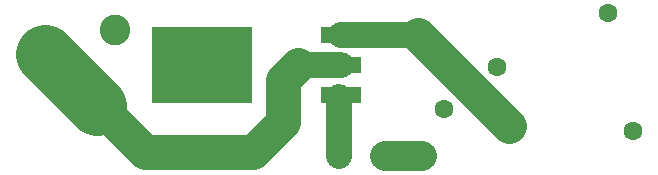
<source format=gtl>
G04*
G04 #@! TF.GenerationSoftware,Altium Limited,Altium Designer,21.9.1 (22)*
G04*
G04 Layer_Physical_Order=1*
G04 Layer_Color=255*
%FSLAX42Y42*%
%MOMM*%
G71*
G04*
G04 #@! TF.SameCoordinates,8665F69C-080D-4A0F-83C7-313B9D7BD581*
G04*
G04*
G04 #@! TF.FilePolarity,Positive*
G04*
G01*
G75*
%ADD15C,0.25*%
%ADD16R,0.60X1.65*%
%ADD17R,1.10X0.58*%
%ADD18R,3.49X1.40*%
%ADD19R,8.46X6.55*%
%ADD25C,2.20*%
%ADD26C,3.00*%
%ADD27C,2.50*%
%ADD28C,5.00*%
%ADD29C,1.60*%
%ADD30C,2.59*%
%ADD31C,1.50*%
D15*
X10465Y5563D02*
X10478D01*
X9025Y5812D02*
X9042Y5829D01*
X6515Y6172D02*
X6535D01*
X6974Y5734D02*
X6994D01*
D16*
X9415Y5309D02*
D03*
X9025D02*
D03*
D17*
X9390Y5362D02*
D03*
Y5255D02*
D03*
X9050D02*
D03*
Y5362D02*
D03*
D18*
X9042Y5829D02*
D03*
Y6083D02*
D03*
Y6337D02*
D03*
D19*
X7863Y6083D02*
D03*
D25*
X9042Y6337D02*
X9690D01*
X9025Y5309D02*
Y5812D01*
X8674Y6083D02*
X9042D01*
D26*
X9690Y6337D02*
X10465Y5563D01*
X6994Y5734D02*
X7381Y5347D01*
X8293D02*
X8547Y5601D01*
X7381Y5347D02*
X8293D01*
X8547Y5601D02*
Y5956D01*
X8674Y6083D01*
D27*
X9415Y5309D02*
X9728D01*
D28*
X6535Y6172D02*
X6974Y5734D01*
D29*
X10360Y6060D02*
D03*
X9915Y5706D02*
D03*
X11511Y5524D02*
D03*
X11302Y6518D02*
D03*
X10465Y5563D02*
D03*
D30*
X7130Y6380D02*
D03*
X6515Y6172D02*
D03*
X6994Y5734D02*
D03*
D31*
X9728Y5309D02*
D03*
M02*

</source>
